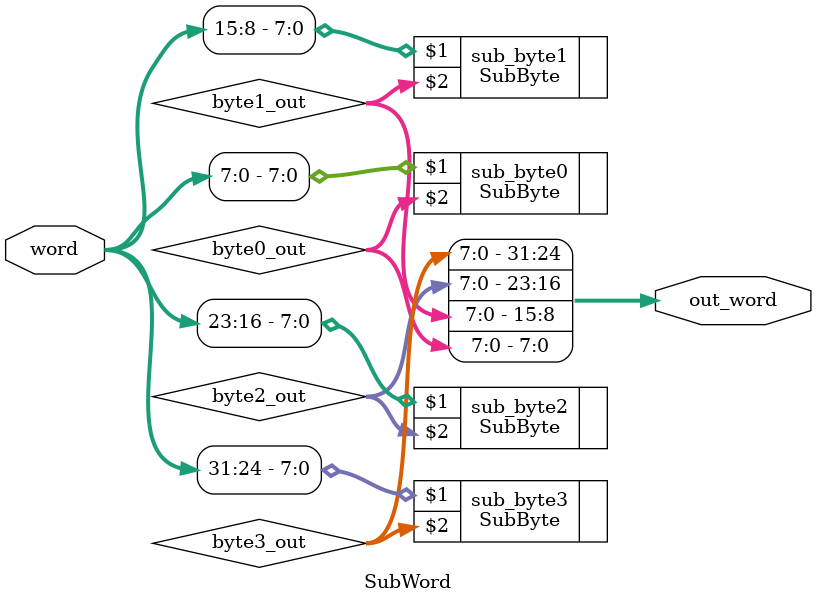
<source format=v>
module SubWord(word, out_word);
    input [31:0] word;
    output [31:0] out_word;

    wire [7:0] byte0, byte1, byte2, byte3;
    wire [7:0] byte0_out, byte1_out, byte2_out, byte3_out;

    SubByte sub_byte0(word[7:0], byte0_out);
    SubByte sub_byte1(word[15:8], byte1_out);
    SubByte sub_byte2(word[23:16], byte2_out);
    SubByte sub_byte3(word[31:24], byte3_out);

    assign out_word = {byte3_out, byte2_out, byte1_out, byte0_out};
endmodule

</source>
